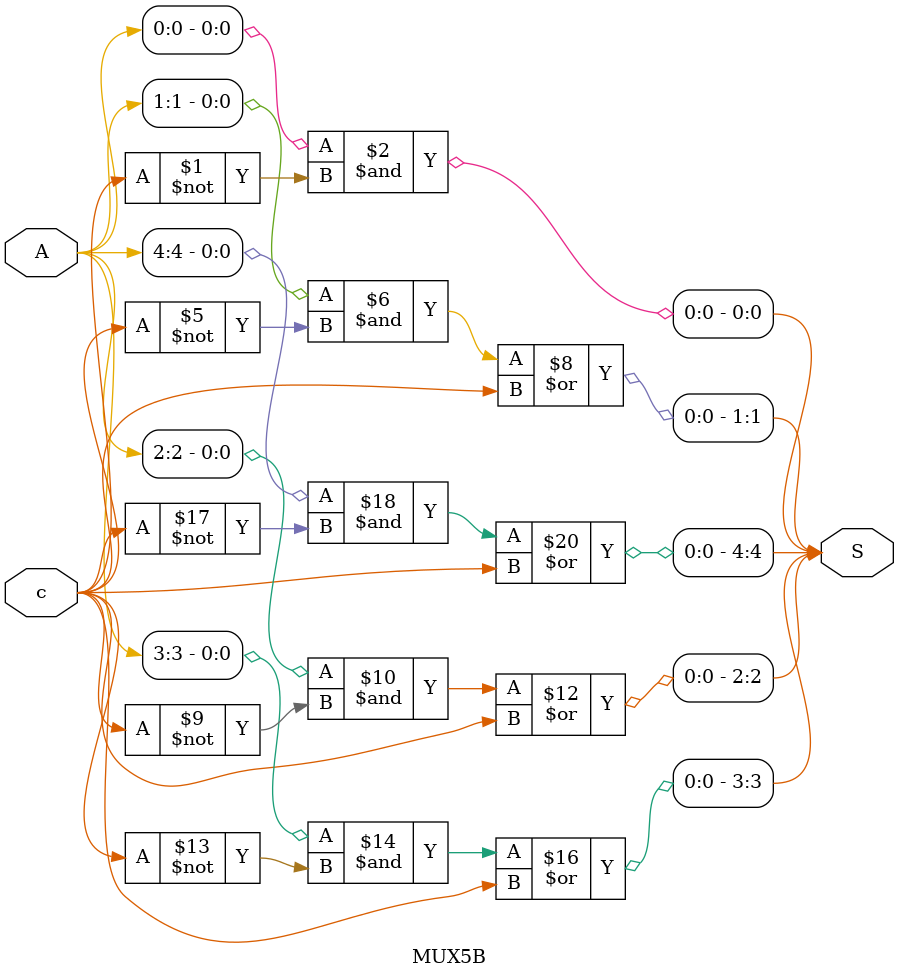
<source format=v>
module MUX5B (

	input c,
	input [4:0] A,
	output [4:0] S

);

	assign S[0] = (A[0] & ~c) | (1'b0 & c);
	assign S[1] = (A[1] & ~c) | (1'b1 & c);
	assign S[2] = (A[2] & ~c) | (1'b1 & c);
	assign S[3] = (A[3] & ~c) | (1'b1 & c);
	assign S[4] = (A[4] & ~c) | (1'b1 & c);
	
endmodule 
</source>
